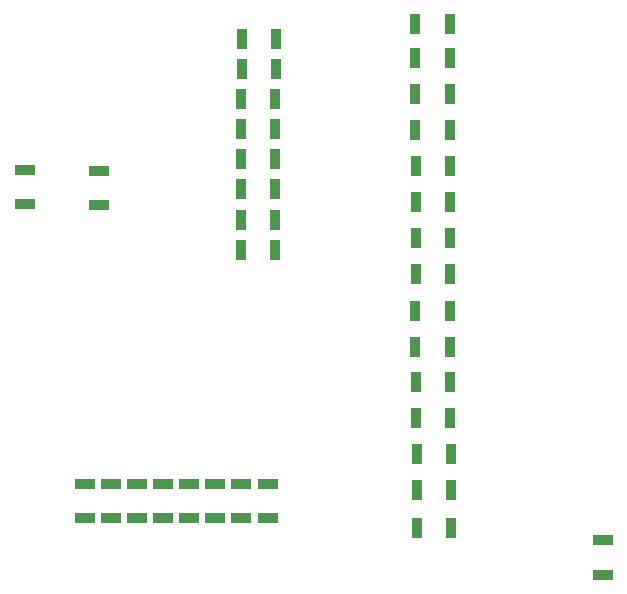
<source format=gbr>
G04 #@! TF.GenerationSoftware,KiCad,Pcbnew,(5.1.0-0)*
G04 #@! TF.CreationDate,2019-04-24T12:09:54-04:00*
G04 #@! TF.ProjectId,TR19-COMP-PD_rev2,54523139-2d43-44f4-9d50-2d50445f7265,rev?*
G04 #@! TF.SameCoordinates,Original*
G04 #@! TF.FileFunction,Paste,Bot*
G04 #@! TF.FilePolarity,Positive*
%FSLAX46Y46*%
G04 Gerber Fmt 4.6, Leading zero omitted, Abs format (unit mm)*
G04 Created by KiCad (PCBNEW (5.1.0-0)) date 2019-04-24 12:09:54*
%MOMM*%
%LPD*%
G04 APERTURE LIST*
%ADD10R,1.700000X0.900000*%
%ADD11R,0.900000X1.700000*%
G04 APERTURE END LIST*
D10*
X134450000Y-88650000D03*
X134450000Y-85750000D03*
X140700000Y-85850000D03*
X140700000Y-88750000D03*
D11*
X167500000Y-73400000D03*
X170400000Y-73400000D03*
X167500000Y-76250000D03*
X170400000Y-76250000D03*
X167500000Y-79350000D03*
X170400000Y-79350000D03*
X167500000Y-82350000D03*
X170400000Y-82350000D03*
X167550000Y-85400000D03*
X170450000Y-85400000D03*
X167550000Y-88450000D03*
X170450000Y-88450000D03*
X167550000Y-91500000D03*
X170450000Y-91500000D03*
X167550000Y-94550000D03*
X170450000Y-94550000D03*
X167500000Y-97650000D03*
X170400000Y-97650000D03*
X170400000Y-100700000D03*
X167500000Y-100700000D03*
X170450000Y-103700000D03*
X167550000Y-103700000D03*
X170450000Y-106750000D03*
X167550000Y-106750000D03*
X170500000Y-109800000D03*
X167600000Y-109800000D03*
X170500000Y-112850000D03*
X167600000Y-112850000D03*
X170500000Y-116050000D03*
X167600000Y-116050000D03*
D10*
X183350000Y-117100000D03*
X183350000Y-120000000D03*
X139500000Y-112300000D03*
X139500000Y-115200000D03*
X143900000Y-112300000D03*
X143900000Y-115200000D03*
X148300000Y-112300000D03*
X148300000Y-115200000D03*
X152700000Y-112300000D03*
X152700000Y-115200000D03*
X141700000Y-112300000D03*
X141700000Y-115200000D03*
X146100000Y-112300000D03*
X146100000Y-115200000D03*
X150500000Y-112300000D03*
X150500000Y-115200000D03*
X155000000Y-112300000D03*
X155000000Y-115200000D03*
D11*
X155700000Y-74650000D03*
X152800000Y-74650000D03*
X155700000Y-77200000D03*
X152800000Y-77200000D03*
X155650000Y-79750000D03*
X152750000Y-79750000D03*
X155650000Y-82300000D03*
X152750000Y-82300000D03*
X152750000Y-84850000D03*
X155650000Y-84850000D03*
X152750000Y-87400000D03*
X155650000Y-87400000D03*
X152750000Y-89950000D03*
X155650000Y-89950000D03*
X152750000Y-92500000D03*
X155650000Y-92500000D03*
M02*

</source>
